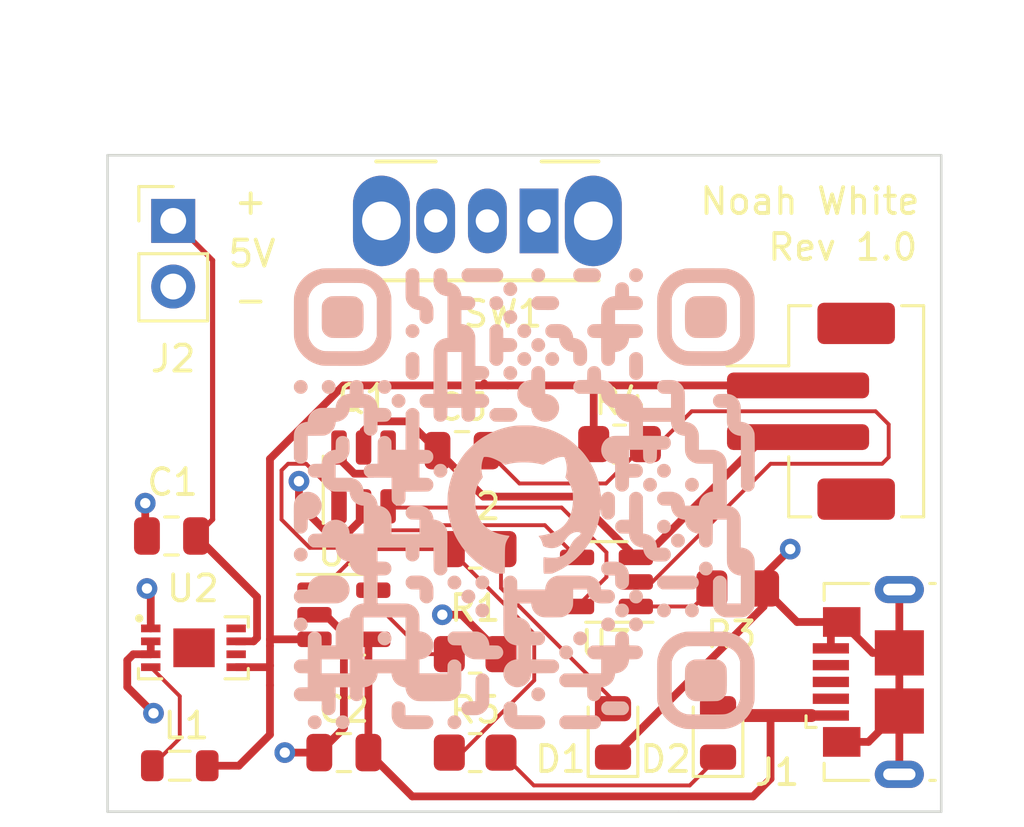
<source format=kicad_pcb>
(kicad_pcb (version 20211014) (generator pcbnew)
  (layers (0 "F.Cu" jumper) (31 "B.Cu" signal) (34 "B.Paste" user) (35 "F.Paste" user) (36 "B.SilkS" user "B.Silkscreen") (37 "F.SilkS" user "F.Silkscreen") (38 "B.Mask" user) (39 "F.Mask" user) (44 "Edge.Cuts" user))
  (net 0 "")
  (net 1 "Net-(R2-Pad1)")
  (net 2 "Net-(D2-Pad1)")
  (net 3 "+BATT")
  (net 4 "Net-(C3-Pad2)")
  (net 5 "GND")
  (net 6 "Net-(R3-Pad2)")
  (net 7 "Net-(D1-Pad2)")
  (net 8 "Net-(R1-Pad2)")
  (net 9 "-BATT")
  (net 10 "VBUS")
  (net 11 "Net-(L1-Pad1)")
  (net 12 "+5V")
  (net 16 "Net-(Q1-Pad3)")
  (net 17 "Net-(Q1-Pad1)")
  (net 18 "Net-(Q1-Pad4)")
  (net 19 "Net-(SW1-Pad1)")
  (footprint "Connector_PinHeader_2.54mm:PinHeader_1x02_P2.54mm_Vertical" (layer "F.Cu") (at 135.382 104.14)
    (fp_text reference "J2" (at 0 5.334 180) (layer "F.SilkS"))
    (fp_text value "22-23-2021" hide)
    (pad "1" thru_hole rect (at 0 0) (size 1.7 1.7) (drill 1) (layers *.Cu *.Mask) (net 12 "+5V"))
    (pad "2" thru_hole oval (at 0 2.54) (size 1.7 1.7) (drill 1) (layers *.Cu *.Mask) (net 5 "GND"))
  )
  (footprint "Package_TO_SOT_SMD:SOT-23-5" (layer "F.Cu") (at 141.986 119.38)
    (fp_text reference "U1" (at 0 -2.4) (layer "F.SilkS"))
    (fp_text value "MCP73831")
    (pad "1" smd roundrect (at -1.1375 -0.95) (size 1.325 0.6) (layers "F.Cu" "F.Paste" "F.Mask") (net 1 "Net-(R2-Pad1)"))
    (pad "2" smd roundrect (at -1.1375 0) (size 1.325 0.6) (layers "F.Cu" "F.Paste" "F.Mask") (net 5 "GND"))
    (pad "3" smd roundrect (at -1.1375 0.95) (size 1.325 0.6) (layers "F.Cu" "F.Paste" "F.Mask") (net 3 "+BATT"))
    (pad "4" smd roundrect (at 1.1375 0.95) (size 1.325 0.6) (layers "F.Cu" "F.Paste" "F.Mask") (net 10 "VBUS"))
    (pad "5" smd roundrect (at 1.1375 -0.95) (size 1.325 0.6) (layers "F.Cu" "F.Paste" "F.Mask") (net 8 "Net-(R1-Pad2)"))
  )
  (footprint "Connector_JST:JST_PH_B2B-PH-SM4-TB_1x02-1MP_P2.00mm_Vertical" (layer "F.Cu") (at 160.06 111.506 -90)
    (fp_text reference "BT1" hide)
    (fp_text value "Battery")
    (pad "1" smd roundrect (at -1 0.5 270) (size 1 5.5) (layers "F.Cu" "F.Paste" "F.Mask") (net 3 "+BATT"))
    (pad "2" smd roundrect (at 1 0.5 270) (size 1 5.5) (layers "F.Cu" "F.Paste" "F.Mask") (net 9 "-BATT"))
    (pad "MP" smd roundrect (at -3.4 -1.75 270) (size 1.6 3) (layers "F.Cu" "F.Paste" "F.Mask") (roundrect_rratio 0.15625))
    (pad "MP" smd roundrect (at 3.4 -1.75 270) (size 1.6 3) (layers "F.Cu" "F.Paste" "F.Mask") (roundrect_rratio 0.15625))
  )
  (footprint "Button_Switch_THT:SW_CuK_OS102011MA1QN1_SPDT_Angled" (layer "F.Cu") (at 149.538 104.14 180)
    (fp_text reference "SW1" (at 1.4 -3.6) (layer "F.SilkS"))
    (fp_text value "SW_SPDT")
    (pad "" thru_hole oval (at 6.1 0 180) (size 2.2 3.5) (drill 1.5) (layers *.Cu *.Mask))
    (pad "" thru_hole oval (at -2.1 0 180) (size 2.2 3.5) (drill 1.5) (layers *.Cu *.Mask))
    (pad "1" thru_hole rect (at 0 0 180) (size 1.5 2.5) (drill 0.9) (layers *.Cu *.Mask) (net 19 "Net-(SW1-Pad1)"))
    (pad "2" thru_hole oval (at 2 0 180) (size 1.5 2.5) (drill 0.9) (layers *.Cu *.Mask) (net 17 "Net-(Q1-Pad1)"))
    (pad "3" thru_hole oval (at 4 0 180) (size 1.5 2.5) (drill 0.9) (layers *.Cu *.Mask) (net 9 "-BATT"))
  )
  (footprint "Capacitor_SMD:C_0805_2012Metric" (layer "F.Cu") (at 141.986 124.714)
    (fp_text reference "C2" (at 0 -1.68) (layer "F.SilkS"))
    (fp_text value "4.7uF")
    (pad "1" smd roundrect (at -0.95 0) (size 1 1.45) (layers "F.Cu" "F.Paste" "F.Mask") (net 5 "GND"))
    (pad "2" smd roundrect (at 0.95 0) (size 1 1.45) (layers "F.Cu" "F.Paste" "F.Mask") (net 10 "VBUS"))
  )
  (footprint "Package_TO_SOT_SMD:TSOT-23-6" (layer "F.Cu") (at 142.748 114.046 90)
    (fp_text reference "Q1" (at 3.048 0 180) (layer "F.SilkS"))
    (fp_text value "DMN2053UVT")
    (pad "1" smd roundrect (at -1.1375 -0.95 90) (size 1.325 0.6) (layers "F.Cu" "F.Paste" "F.Mask") (net 17 "Net-(Q1-Pad1)"))
    (pad "2" smd roundrect (at -1.1375 0 90) (size 1.325 0.6) (layers "F.Cu" "F.Paste" "F.Mask") (net 5 "GND"))
    (pad "3" smd roundrect (at -1.1375 0.95 90) (size 1.325 0.6) (layers "F.Cu" "F.Paste" "F.Mask") (net 16 "Net-(Q1-Pad3)"))
    (pad "4" smd roundrect (at 1.1375 0.95 90) (size 1.325 0.6) (layers "F.Cu" "F.Paste" "F.Mask") (net 18 "Net-(Q1-Pad4)"))
    (pad "5" smd roundrect (at 1.1375 0 90) (size 1.325 0.6) (layers "F.Cu" "F.Paste" "F.Mask") (net 9 "-BATT"))
    (pad "6" smd roundrect (at 1.1375 -0.95 90) (size 1.325 0.6) (layers "F.Cu" "F.Paste" "F.Mask") (net 18 "Net-(Q1-Pad4)"))
  )
  (footprint "Resistor_SMD:R_0805_2012Metric_Pad1.20x1.40mm_HandSolder" (layer "F.Cu") (at 157.226 118.364 180)
    (fp_text reference "R3" (at 0.254 -1.778) (layer "F.SilkS"))
    (fp_text value "1k")
    (pad "1" smd roundrect (at -1 0 180) (size 1.2 1.4) (layers "F.Cu" "F.Paste" "F.Mask") (roundrect_rratio 0.2083333333) (net 5 "GND"))
    (pad "2" smd roundrect (at 1 0 180) (size 1.2 1.4) (layers "F.Cu" "F.Paste" "F.Mask") (roundrect_rratio 0.2083333333) (net 6 "Net-(R3-Pad2)"))
  )
  (footprint "Resistor_SMD:R_0805_2012Metric_Pad1.20x1.40mm_HandSolder" (layer "F.Cu") (at 147.066 120.904 180)
    (fp_text reference "R1" (at 0 1.778) (layer "F.SilkS"))
    (fp_text value "2k")
    (pad "1" smd roundrect (at -1 0 180) (size 1.2 1.4) (layers "F.Cu" "F.Paste" "F.Mask") (roundrect_rratio 0.2083333333) (net 5 "GND"))
    (pad "2" smd roundrect (at 1 0 180) (size 1.2 1.4) (layers "F.Cu" "F.Paste" "F.Mask") (roundrect_rratio 0.2083333333) (net 8 "Net-(R1-Pad2)"))
  )
  (footprint "Resistor_SMD:R_0805_2012Metric_Pad1.20x1.40mm_HandSolder" (layer "F.Cu") (at 147.066 116.84)
    (fp_text reference "R2" (at 0 -1.65) (layer "F.SilkS"))
    (fp_text value "220")
    (pad "1" smd roundrect (at -1 0) (size 1.2 1.4) (layers "F.Cu" "F.Paste" "F.Mask") (roundrect_rratio 0.2083333333) (net 1 "Net-(R2-Pad1)"))
    (pad "2" smd roundrect (at 1 0) (size 1.2 1.4) (layers "F.Cu" "F.Paste" "F.Mask") (roundrect_rratio 0.2083333333) (net 7 "Net-(D1-Pad2)"))
  )
  (footprint "LED_SMD:LED_0805_2012Metric" (layer "F.Cu") (at 152.4 123.952 90)
    (fp_text reference "D1" (at -1.016 -2.032 180) (layer "F.SilkS"))
    (fp_text value "GREEN")
    (pad "1" smd roundrect (at -0.9375 0 90) (size 0.975 1.4) (layers "F.Cu" "F.Paste" "F.Mask") (net 5 "GND"))
    (pad "2" smd roundrect (at 0.9375 0 90) (size 0.975 1.4) (layers "F.Cu" "F.Paste" "F.Mask") (net 7 "Net-(D1-Pad2)"))
  )
  (footprint "Package_DFN_QFN:DFN-8-1EP_3x2mm_P0.5mm_EP1.6x1.5mm" (layer "F.Cu") (at 137.6879 119.6386 -90)
    (fp_text reference "U2" (at -1.2746 1.5439 unlocked) (layer "F.SilkS"))
    (fp_text value "DIO6605B")
    (pad "1" smd rect (at 0.27 3.175) (size 0.75 0.3) (layers "F.Cu" "F.Paste" "F.Mask") (net 3 "+BATT"))
    (pad "2" smd rect (at 0.77 3.175) (size 0.75 0.3) (layers "F.Cu" "F.Paste" "F.Mask") (net 5 "GND"))
    (pad "3" smd rect (at 1.27 3.175) (size 0.75 0.3) (layers "F.Cu" "F.Paste" "F.Mask") (net 5 "GND"))
    (pad "4" smd rect (at 1.77 3.175) (size 0.75 0.3) (layers "F.Cu" "F.Paste" "F.Mask") (net 11 "Net-(L1-Pad1)"))
    (pad "5" smd rect (at 1.77 -0.13) (size 0.75 0.3) (layers "F.Cu" "F.Paste" "F.Mask") (net 3 "+BATT"))
    (pad "6" smd rect (at 1.27 -0.13) (size 0.75 0.3) (layers "F.Cu" "F.Paste" "F.Mask"))
    (pad "7" smd rect (at 0.77 -0.13) (size 0.75 0.3) (layers "F.Cu" "F.Paste" "F.Mask") (net 12 "+5V"))
    (pad "8" smd rect (at 0.27 -0.13) (size 0.75 0.3) (layers "F.Cu" "F.Paste" "F.Mask"))
    (pad "9" smd rect (at 1.02 1.5 270) (size 1.5 1.6) (layers "F.Cu" "F.Paste" "F.Mask"))
  )
  (footprint "LED_SMD:LED_0805_2012Metric" (layer "F.Cu") (at 156.464 123.952 90)
    (fp_text reference "D2" (at -1.016 -2.032 180) (layer "F.SilkS"))
    (fp_text value "RED")
    (pad "1" smd roundrect (at -0.9375 0 90) (size 0.975 1.4) (layers "F.Cu" "F.Paste" "F.Mask") (net 2 "Net-(D2-Pad1)"))
    (pad "2" smd roundrect (at 0.9375 0 90) (size 0.975 1.4) (layers "F.Cu" "F.Paste" "F.Mask") (net 10 "VBUS"))
  )
  (footprint "Inductor_SMD:L_0805_2012Metric" (layer "F.Cu") (at 135.636 125.222)
    (fp_text reference "L1" (at 0.254 -1.55) (layer "F.SilkS"))
    (fp_text value "4.7uH")
    (pad "1" smd roundrect (at -1.0625 0) (size 0.875 1.2) (layers "F.Cu" "F.Paste" "F.Mask") (net 11 "Net-(L1-Pad1)"))
    (pad "2" smd roundrect (at 1.0625 0) (size 0.875 1.2) (layers "F.Cu" "F.Paste" "F.Mask") (net 3 "+BATT"))
  )
  (footprint "Capacitor_SMD:C_0805_2012Metric" (layer "F.Cu") (at 146.558 113.03)
    (fp_text reference "C3" (at 0 -1.68) (layer "F.SilkS"))
    (fp_text value "100nF")
    (pad "1" smd roundrect (at -0.95 0) (size 1 1.45) (layers "F.Cu" "F.Paste" "F.Mask") (net 9 "-BATT"))
    (pad "2" smd roundrect (at 0.95 0) (size 1 1.45) (layers "F.Cu" "F.Paste" "F.Mask") (net 4 "Net-(C3-Pad2)"))
  )
  (footprint "Package_TO_SOT_SMD:SOT-23-5" (layer "F.Cu") (at 152.146 118.11 180)
    (fp_text reference "U3" (at 0 -2.4) (layer "F.SilkS"))
    (fp_text value "AP9101CK")
    (pad "1" smd roundrect (at -1.1375 -0.95 180) (size 1.325 0.6) (layers "F.Cu" "F.Paste" "F.Mask") (net 6 "Net-(R3-Pad2)"))
    (pad "2" smd roundrect (at -1.1375 0 180) (size 1.325 0.6) (layers "F.Cu" "F.Paste" "F.Mask") (net 4 "Net-(C3-Pad2)"))
    (pad "3" smd roundrect (at -1.1375 0.95 180) (size 1.325 0.6) (layers "F.Cu" "F.Paste" "F.Mask") (net 9 "-BATT"))
    (pad "4" smd roundrect (at 1.1375 0.95 180) (size 1.325 0.6) (layers "F.Cu" "F.Paste" "F.Mask") (net 19 "Net-(SW1-Pad1)"))
    (pad "5" smd roundrect (at 1.1375 -0.95 180) (size 1.325 0.6) (layers "F.Cu" "F.Paste" "F.Mask") (net 16 "Net-(Q1-Pad3)"))
  )
  (footprint "Resistor_SMD:R_0805_2012Metric_Pad1.20x1.40mm_HandSolder" (layer "F.Cu") (at 152.654 112.776)
    (fp_text reference "R4" (at 0 -1.65) (layer "F.SilkS"))
    (fp_text value "330")
    (pad "1" smd roundrect (at -1 0) (size 1.2 1.4) (layers "F.Cu" "F.Paste" "F.Mask") (roundrect_rratio 0.2083333333) (net 3 "+BATT"))
    (pad "2" smd roundrect (at 1 0) (size 1.2 1.4) (layers "F.Cu" "F.Paste" "F.Mask") (roundrect_rratio 0.2083333333) (net 4 "Net-(C3-Pad2)"))
  )
  (footprint "Resistor_SMD:R_0805_2012Metric_Pad1.20x1.40mm_HandSolder" (layer "F.Cu") (at 147.066 124.714)
    (fp_text reference "R5" (at 0 -1.65) (layer "F.SilkS"))
    (fp_text value "220")
    (pad "1" smd roundrect (at -1 0) (size 1.2 1.4) (layers "F.Cu" "F.Paste" "F.Mask") (roundrect_rratio 0.2083333333) (net 1 "Net-(R2-Pad1)"))
    (pad "2" smd roundrect (at 1 0) (size 1.2 1.4) (layers "F.Cu" "F.Paste" "F.Mask") (roundrect_rratio 0.2083333333) (net 2 "Net-(D2-Pad1)"))
  )
  (footprint "Capacitor_SMD:C_0805_2012Metric" (layer "F.Cu") (at 135.316 116.332 180)
    (fp_text reference "C1" (at -0.04 2.08) (layer "F.SilkS"))
    (fp_text value "10uF")
    (pad "1" smd roundrect (at -0.95 0 180) (size 1 1.45) (layers "F.Cu" "F.Paste" "F.Mask") (net 12 "+5V"))
    (pad "2" smd roundrect (at 0.95 0 180) (size 1 1.45) (layers "F.Cu" "F.Paste" "F.Mask") (net 5 "GND"))
  )
  (footprint "Connector_USB:USB_Micro-B_GCT_USB3076-30-A" (layer "F.Cu") (at 162.28 121.98 90)
    (fp_text reference "J1" (at -3.496 -3.53 180) (layer "F.SilkS"))
    (fp_text value "USB_B_Micro")
    (pad "1" smd rect (at -1.3 -1.45 90) (size 0.4 1.4) (layers "F.Cu" "F.Paste" "F.Mask") (net 10 "VBUS"))
    (pad "2" smd rect (at -0.65 -1.45 90) (size 0.4 1.4) (layers "F.Cu" "F.Paste" "F.Mask"))
    (pad "3" smd rect (at 0 -1.45 90) (size 0.4 1.4) (layers "F.Cu" "F.Paste" "F.Mask"))
    (pad "4" smd rect (at 0.65 -1.45 90) (size 0.4 1.4) (layers "F.Cu" "F.Paste" "F.Mask"))
    (pad "5" smd rect (at 1.3 -1.45 90) (size 0.4 1.4) (layers "F.Cu" "F.Paste" "F.Mask") (net 5 "GND"))
    (pad "6" thru_hole oval (at 3.575 1.2 90) (size 1.05 1.9) (drill oval 0.45 1.25) (layers *.Cu *.Mask) (net 5 "GND"))
    (pad "6" smd rect (at -1.125 1.2 90) (size 1.75 1.9) (layers "F.Cu" "F.Paste" "F.Mask") (net 5 "GND"))
    (pad "6" smd rect (at 1.125 1.2 90) (size 1.75 1.9) (layers "F.Cu" "F.Paste" "F.Mask") (net 5 "GND"))
    (pad "6" smd rect (at -2.32 -1.03 90) (size 1.15 1.45) (layers "F.Cu" "F.Paste" "F.Mask") (net 5 "GND"))
    (pad "6" smd rect (at 2.32 -1.03 90) (size 1.15 1.45) (layers "F.Cu" "F.Paste" "F.Mask") (net 5 "GND"))
    (pad "6" thru_hole oval (at -3.575 1.2 270) (size 1.05 1.9) (drill oval 0.45 1.25) (layers *.Cu *.Mask) (net 5 "GND"))
  )
  (footprint "LOGO" (layer "B.Cu") (at 148.971 114.8842 180)
    (fp_text reference "G***" hide)
    (fp_text value "LOGO" hide)
  )
  (gr_line (start 165.1 101.6) (end 165.1 127) (layer "Edge.Cuts") (width 0.1))
  (gr_line (start 132.842 127) (end 154.94 127) (layer "Edge.Cuts") (width 0.1))
  (gr_line (start 165.1 127) (end 154.94 127) (layer "Edge.Cuts") (width 0.1))
  (gr_line (start 152.4 101.6) (end 132.842 101.6) (layer "Edge.Cuts") (width 0.1))
  (gr_line (start 165.1 101.6) (end 152.4 101.6) (layer "Edge.Cuts") (width 0.1))
  (gr_line (start 132.842 101.6) (end 132.842 127) (layer "Edge.Cuts") (width 0.1))
  (gr_text "5V" (at 138.43 105.41) (layer "F.SilkS") (effects (font (size 1 1))))
  (gr_text "+" (at 138.3792 103.378) (layer "F.SilkS") (effects (font (size 1 1))))
  (gr_text "Rev 1.0" (at 161.29 105.156) (layer "F.SilkS") (effects (font (size 1 1))))
  (gr_text "Noah White" (at 160.02 103.378) (layer "F.SilkS") (effects (font (size 1 1))))
  (gr_text "-" (at 138.3792 107.188) (layer "F.SilkS") (effects (font (size 1 1))))
  (segment (start 149.352 121.92) (end 146.558 124.714) (width 0.15) (layer "F.Cu") (net 1))
  (segment (start 149.352 120.126) (end 149.352 121.92) (width 0.15) (layer "F.Cu") (net 1))
  (segment (start 146.066 116.84) (end 149.352 120.126) (width 0.15) (layer "F.Cu") (net 1))
  (segment (start 142.6925 116.84) (end 146.066 116.84) (width 0.15) (layer "F.Cu") (net 1))
  (segment (start 146.558 124.714) (end 146.066 124.714) (width 0.15) (layer "F.Cu") (net 1))
  (segment (start 140.8485 118.684) (end 142.6925 116.84) (width 0.15) (layer "F.Cu") (net 1))
  (segment (start 156.464 124.8895) (end 155.3695 125.984) (width 0.15) (layer "F.Cu") (net 2))
  (segment (start 155.3695 125.984) (end 149.336 125.984) (width 0.15) (layer "F.Cu") (net 2))
  (segment (start 149.336 125.984) (end 148.066 124.714) (width 0.15) (layer "F.Cu") (net 2))
  (segment (start 147.336 110.506) (end 141.9685 110.506) (width 0.3) (layer "F.Cu") (net 3))
  (segment (start 151.654 112.776) (end 151.654 110.538) (width 0.3) (layer "F.Cu") (net 3))
  (segment (start 139.126 124.018) (end 137.922 125.222) (width 0.3) (layer "F.Cu") (net 3))
  (segment (start 151.622 110.506) (end 148.32 110.506) (width 0.3) (layer "F.Cu") (net 3))
  (segment (start 148.32 110.506) (end 147.336 110.506) (width 0.3) (layer "F.Cu") (net 3))
  (segment (start 134.5129 118.5109) (end 134.366 118.364) (width 0.3) (layer "F.Cu") (net 3))
  (segment (start 139.126 113.3485) (end 139.126 120.335) (width 0.3) (layer "F.Cu") (net 3))
  (segment (start 137.8179 121.4086) (end 139.0634 121.4086) (width 0.3) (layer "F.Cu") (net 3))
  (segment (start 152.162 110.506) (end 151.622 110.506) (width 0.3) (layer "F.Cu") (net 3))
  (segment (start 137.922 125.222) (end 136.6985 125.222) (width 0.3) (layer "F.Cu") (net 3))
  (segment (start 141.9685 110.506) (end 139.126 113.3485) (width 0.3) (layer "F.Cu") (net 3))
  (segment (start 147.416 110.426) (end 147.336 110.506) (width 0.3) (layer "F.Cu") (net 3))
  (segment (start 139.131 120.33) (end 139.126 120.335) (width 0.3) (layer "F.Cu") (net 3))
  (segment (start 159.56 110.506) (end 152.162 110.506) (width 0.3) (layer "F.Cu") (net 3))
  (segment (start 139.0634 121.4086) (end 139.126 121.346) (width 0.3) (layer "F.Cu") (net 3))
  (segment (start 139.126 120.584) (end 139.126 121.346) (width 0.3) (layer "F.Cu") (net 3))
  (segment (start 139.126 121.346) (end 139.126 122.108) (width 0.3) (layer "F.Cu") (net 3))
  (segment (start 134.5129 119.9086) (end 134.5129 118.5109) (width 0.3) (layer "F.Cu") (net 3))
  (segment (start 151.654 110.538) (end 151.622 110.506) (width 0.3) (layer "F.Cu") (net 3))
  (segment (start 139.126 120.335) (end 139.126 120.584) (width 0.3) (layer "F.Cu") (net 3))
  (segment (start 140.8485 120.33) (end 139.131 120.33) (width 0.3) (layer "F.Cu") (net 3))
  (segment (start 139.126 122.108) (end 139.126 124.018) (width 0.3) (layer "F.Cu") (net 3))
  (via (at 134.366 118.364) (size 0.8) (drill 0.4) (layers "F.Cu" "B.Cu") (net 3))
  (segment (start 162.56 111.506) (end 163.068 112.014) (width 0.15) (layer "F.Cu") (net 4))
  (segment (start 162.814 113.538) (end 158.496 113.538) (width 0.15) (layer "F.Cu") (net 4))
  (segment (start 163.068 112.014) (end 163.068 113.284) (width 0.15) (layer "F.Cu") (net 4))
  (segment (start 155.448 111.506) (end 162.56 111.506) (width 0.15) (layer "F.Cu") (net 4))
  (segment (start 152.13 114.3) (end 148.778 114.3) (width 0.15) (layer "F.Cu") (net 4))
  (segment (start 153.654 112.776) (end 154.178 112.776) (width 0.15) (layer "F.Cu") (net 4))
  (segment (start 154.178 112.776) (end 155.448 111.506) (width 0.15) (layer "F.Cu") (net 4))
  (segment (start 163.068 113.284) (end 162.814 113.538) (width 0.15) (layer "F.Cu") (net 4))
  (segment (start 153.654 112.776) (end 152.13 114.3) (width 0.15) (layer "F.Cu") (net 4))
  (segment (start 158.496 113.538) (end 153.924 118.11) (width 0.15) (layer "F.Cu") (net 4))
  (segment (start 148.778 114.3) (end 147.508 113.03) (width 0.15) (layer "F.Cu") (net 4))
  (segment (start 153.924 118.11) (end 153.2835 118.11) (width 0.15) (layer "F.Cu") (net 4))
  (segment (start 142.155107 116.196) (end 142.748 115.603107) (width 0.3) (layer "F.Cu") (net 5))
  (segment (start 133.604 121.1425) (end 133.604 122.174) (width 0.3) (layer "F.Cu") (net 5))
  (segment (start 141.986 120.097893) (end 141.986 123.764) (width 0.3) (layer "F.Cu") (net 5))
  (segment (start 152.4 124.8895) (end 158.226 119.0635) (width 0.3) (layer "F.Cu") (net 5))
  (segment (start 141.342 116.196) (end 142.155107 116.196) (width 0.3) (layer "F.Cu") (net 5))
  (segment (start 141.036 124.714) (end 139.7 124.714) (width 0.3) (layer "F.Cu") (net 5))
  (segment (start 161.25 119.66) (end 159.522 119.66) (width 0.3) (layer "F.Cu") (net 5))
  (segment (start 158.226 119.0635) (end 158.226 118.364) (width 0.3) (layer "F.Cu") (net 5))
  (segment (start 162.445 120.855) (end 161.25 119.66) (width 0.3) (layer "F.Cu") (net 5))
  (segment (start 163.48 120.855) (end 162.445 120.855) (width 0.3) (layer "F.Cu") (net 5))
  (segment (start 160.83 120.08) (end 161.25 119.66) (width 0.3) (layer "F.Cu") (net 5))
  (segment (start 163.48 120.855) (end 163.48 123.105) (width 0.3) (layer "F.Cu") (net 5))
  (segment (start 163.48 125.555) (end 163.48 123.105) (width 0.3) (layer "F.Cu") (net 5))
  (segment (start 159.522 119.66) (end 158.226 118.364) (width 0.3) (layer "F.Cu") (net 5))
  (segment (start 140.2475 115.1015) (end 141.342 116.196) (width 0.3) (layer "F.Cu") (net 5))
  (segment (start 142.748 115.603107) (end 142.748 115.1835) (width 0.3) (layer "F.Cu") (net 5))
  (segment (start 163.48 118.405) (end 163.48 120.855) (width 0.3) (layer "F.Cu") (net 5))
  (segment (start 140.2475 114.2125) (end 140.2475 115.1015) (width 0.3) (layer "F.Cu") (net 5))
  (segment (start 134.3 116.266) (end 134.366 116.332) (width 0.3) (layer "F.Cu") (net 5))
  (segment (start 134.3 115.062) (end 134.3 116.266) (width 0.3) (layer "F.Cu") (net 5))
  (segment (start 158.226 118.364) (end 158.226 117.872) (width 0.3) (layer "F.Cu") (net 5))
  (segment (start 162.285 124.3) (end 163.48 123.105) (width 0.3) (layer "F.Cu") (net 5))
  (segment (start 134.5129 120.9086) (end 133.8379 120.9086) (width 0.3) (layer "F.Cu") (net 5))
  (segment (start 133.8379 120.9086) (end 133.604 121.1425) (width 0.3) (layer "F.Cu") (net 5))
  (segment (start 146.542 119.38) (end 145.796 119.38) (width 0.3) (layer "F.Cu") (net 5))
  (segment (start 141.986 123.764) (end 141.036 124.714) (width 0.3) (layer "F.Cu") (net 5))
  (segment (start 140.8485 119.38) (end 141.268107 119.38) (width 0.3) (layer "F.Cu") (net 5))
  (segment (start 141.268107 119.38) (end 141.986 120.097893) (width 0.3) (layer "F.Cu") (net 5))
  (segment (start 148.066 120.904) (end 146.542 119.38) (width 0.3) (layer "F.Cu") (net 5))
  (segment (start 158.226 117.872) (end 159.258 116.84) (width 0.3) (layer "F.Cu") (net 5))
  (segment (start 133.604 122.174) (end 134.62 123.19) (width 0.3) (layer "F.Cu") (net 5))
  (segment (start 161.25 124.3) (end 162.285 124.3) (width 0.3) (layer "F.Cu") (net 5))
  (segment (start 134.5129 120.4086) (end 134.5129 120.9086) (width 0.3) (layer "F.Cu") (net 5))
  (segment (start 160.83 120.68) (end 160.83 120.08) (width 0.3) (layer "F.Cu") (net 5))
  (via (at 145.796 119.38) (size 0.8) (drill 0.4) (layers "F.Cu" "B.Cu") (net 5))
  (via (at 134.3 115.062) (size 0.8) (drill 0.4) (layers "F.Cu" "B.Cu") (net 5))
  (via (at 140.2475 114.2125) (size 0.8) (drill 0.4) (layers "F.Cu" "B.Cu") (net 5))
  (via (at 134.62 123.19) (size 0.8) (drill 0.4) (layers "F.Cu" "B.Cu") (net 5))
  (via (at 139.7 124.714) (size 0.8) (drill 0.4) (layers "F.Cu" "B.Cu") (net 5))
  (via (at 159.258 116.84) (size 0.8) (drill 0.4) (layers "F.Cu" "B.Cu") (net 5))
  (segment (start 155.53 119.06) (end 153.2835 119.06) (width 0.15) (layer "F.Cu") (net 6))
  (segment (start 156.226 118.364) (end 155.53 119.06) (width 0.15) (layer "F.Cu") (net 6))
  (segment (start 148.066 118.348) (end 152.4 122.682) (width 0.15) (layer "F.Cu") (net 7))
  (segment (start 148.066 116.84) (end 148.066 118.348) (width 0.15) (layer "F.Cu") (net 7))
  (segment (start 152.4 122.682) (end 152.4 123.0145) (width 0.15) (layer "F.Cu") (net 7))
  (segment (start 145.161 120.904) (end 146.066 120.904) (width 0.15) (layer "F.Cu") (net 8))
  (segment (start 143.1235 118.43) (end 143.1235 118.8665) (width 0.15) (layer "F.Cu") (net 8))
  (segment (start 143.1235 118.8665) (end 145.161 120.904) (width 0.15) (layer "F.Cu") (net 8))
  (segment (start 153.2835 117.16) (end 153.604 117.16) (width 0.3) (layer "F.Cu") (net 9))
  (segment (start 143.12 111.896) (end 142.748 112.268) (width 0.3) (layer "F.Cu") (net 9))
  (segment (start 144.474 111.896) (end 143.12 111.896) (width 0.3) (layer "F.Cu") (net 9))
  (segment (start 147.386 114.808) (end 150.9315 114.808) (width 0.3) (layer "F.Cu") (net 9))
  (segment (start 158.258 112.506) (end 159.56 112.506) (width 0.3) (layer "F.Cu") (net 9))
  (segment (start 145.608 113.03) (end 144.474 111.896) (width 0.3) (layer "F.Cu") (net 9))
  (segment (start 142.748 112.268) (end 142.748 112.9085) (width 0.3) (layer "F.Cu") (net 9))
  (segment (start 145.608 113.03) (end 147.386 114.808) (width 0.3) (layer "F.Cu") (net 9))
  (segment (start 150.9315 114.808) (end 153.2835 117.16) (width 0.3) (layer "F.Cu") (net 9))
  (segment (start 153.604 117.16) (end 158.258 112.506) (width 0.3) (layer "F.Cu") (net 9))
  (segment (start 142.936 124.714) (end 144.631 126.409) (width 0.3) (layer "F.Cu") (net 10))
  (segment (start 156.464 123.0145) (end 156.7295 123.28) (width 0.5) (layer "F.Cu") (net 10))
  (segment (start 158.496 125.73) (end 158.496 123.444) (width 0.3) (layer "F.Cu") (net 10))
  (segment (start 157.817 126.409) (end 158.496 125.73) (width 0.3) (layer "F.Cu") (net 10))
  (segment (start 144.631 126.409) (end 157.817 126.409) (width 0.3) (layer "F.Cu") (net 10))
  (segment (start 142.936 124.714) (end 142.936 120.5175) (width 0.3) (layer "F.Cu") (net 10))
  (segment (start 156.7295 123.28) (end 160.075 123.28) (width 0.5) (layer "F.Cu") (net 10))
  (segment (start 142.936 120.5175) (end 143.1235 120.33) (width 0.3) (layer "F.Cu") (net 10))
  (segment (start 135.636 124.1595) (end 134.5735 125.222) (width 0.15) (layer "F.Cu") (net 11))
  (segment (start 134.5129 121.4086) (end 135.636 122.5317) (width 0.15) (layer "F.Cu") (net 11))
  (segment (start 135.636 122.5317) (end 135.636 124.1595) (width 0.15) (layer "F.Cu") (net 11))
  (segment (start 138.626 118.692) (end 136.266 116.332) (width 0.3) (layer "F.Cu") (net 12))
  (segment (start 135.382 104.14) (end 136.906 105.664) (width 0.2) (layer "F.Cu") (net 12))
  (segment (start 136.906 115.692) (end 136.266 116.332) (width 0.2) (layer "F.Cu") (net 12))
  (segment (start 137.8179 120.4086) (end 138.4929 120.4086) (width 0.3) (layer "F.Cu") (net 12))
  (segment (start 138.4929 120.4086) (end 138.626 120.2755) (width 0.3) (layer "F.Cu") (net 12))
  (segment (start 136.906 105.664) (end 136.906 115.692) (width 0.2) (layer "F.Cu") (net 12))
  (segment (start 138.626 120.2755) (end 138.626 118.692) (width 0.3) (layer "F.Cu") (net 12))
  (segment (start 151.0085 119.06) (end 152.146 117.9225) (width 0.15) (layer "F.Cu") (net 16))
  (segment (start 150.412 115.233) (end 143.7475 115.233) (width 0.15) (layer "F.Cu") (net 16))
  (segment (start 152.146 116.967) (end 150.412 115.233) (width 0.15) (layer "F.Cu") (net 16))
  (segment (start 143.7475 115.233) (end 143.698 115.1835) (width 0.15) (layer "F.Cu") (net 16))
  (segment (start 152.146 117.9225) (end 152.146 116.967) (width 0.15) (layer "F.Cu") (net 16))
  (segment (start 142.317618 116.790618) (end 142.996112 116.112124) (width 0.15) (layer "F.Cu") (net 17))
  (segment (start 149.7635 115.915) (end 151.0085 117.16) (width 0.15) (layer "F.Cu") (net 17))
  (segment (start 139.573 113.792) (end 139.573 115.697) (width 0.15) (layer "F.Cu") (net 17))
  (segment (start 140.666618 116.790618) (end 142.317618 116.790618) (width 0.15) (layer "F.Cu") (net 17))
  (segment (start 141.798 115.1835) (end 141.798 114.808405) (width 0.15) (layer "F.Cu") (net 17))
  (segment (start 139.827 113.538) (end 139.573 113.792) (width 0.15) (layer "F.Cu") (net 17))
  (segment (start 142.996112 116.112124) (end 145.322125 116.112124) (width 0.15) (layer "F.Cu") (net 17))
  (segment (start 140.527595 113.538) (end 139.827 113.538) (width 0.15) (layer "F.Cu") (net 17))
  (segment (start 139.573 115.697) (end 140.666618 116.790618) (width 0.15) (layer "F.Cu") (net 17))
  (segment (start 141.798 114.808405) (end 140.527595 113.538) (width 0.15) (layer "F.Cu") (net 17))
  (segment (start 145.519249 115.915) (end 149.7635 115.915) (width 0.15) (layer "F.Cu") (net 17))
  (segment (start 145.322125 116.112124) (end 145.519249 115.915) (width 0.15) (layer "F.Cu") (net 17))
  (segment (start 141.798 113.328107) (end 142.390893 113.921) (width 0.3) (layer "F.Cu") (net 18))
  (segment (start 142.390893 113.921) (end 143.127 113.921) (width 0.3) (layer "F.Cu") (net 18))
  (segment (start 143.127 113.921) (end 143.698 113.35) (width 0.3) (layer "F.Cu") (net 18))
  (segment (start 143.698 113.35) (end 143.698 112.9085) (width 0.3) (layer "F.Cu") (net 18))
  (segment (start 141.798 112.9085) (end 141.798 113.328107) (width 0.3) (layer "F.Cu") (net 18))
)
</source>
